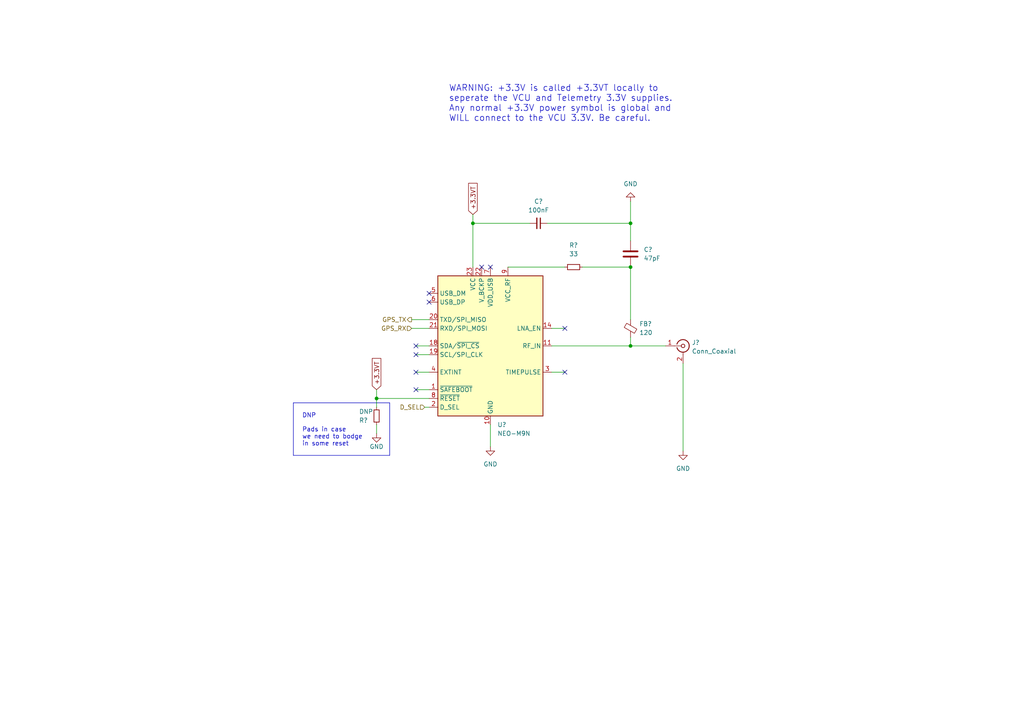
<source format=kicad_sch>
(kicad_sch (version 20250114) (generator "eeschema") (generator_version "9.0")
  (paper "A4")
  (title_block (title "On-Car Telemetry") (date "2023-04-04") (rev "1.4.0") (company "SUFST - Southampton University Formula Student Team") (comment 1 "STAG X") (comment 2 "Esteban Norena, Tim Brewis") (comment 3 "Tim Brewis"))
  (lib_symbols
    (symbol "Connector:Conn_Coaxial" (pin_names (offset 1.016) (hide yes))
      (property "Reference" "J" (at 0.254 3.048 0))
      (property "Value" "Conn_Coaxial" (at 2.921 0 90))
      (symbol "Conn_Coaxial_0_1"
        (polyline (pts (xy -2.54 0) (xy -0.508 0)))
        (arc (start 1.778 0) (mid 0.222 -1.8079) (end -1.778 -0.508) (stroke (width 0.254)))
        (arc (start -1.778 0.508) (mid 0.2221 1.8084) (end 1.778 0) (stroke (width 0.254)))
        (circle (center 0 0) (radius 0.508) (stroke (width 0.2032)))
        (polyline (pts (xy 0 -2.54) (xy 0 -1.778)))
      )
      (symbol "Conn_Coaxial_1_1"
        (pin passive line (at -5.08 0 0) (length 2.54) (name "In") (number "1"))
        (pin passive line (at 0 -5.08 90) (length 2.54) (name "Ext") (number "2"))
      )
    )
    (symbol "Device:C" (pin_numbers (hide yes)) (pin_names (offset 0.254))
      (property "Reference" "C" (at 0.635 2.54 0))
      (property "Value" "C" (at 0.635 -2.54 0))
      (symbol "C_0_1"
        (polyline (pts (xy -2.032 0.762) (xy 2.032 0.762)) (stroke (width 0.508)))
        (polyline (pts (xy -2.032 -0.762) (xy 2.032 -0.762)) (stroke (width 0.508)))
      )
      (symbol "C_1_1"
        (pin passive line (at 0 3.81 270) (length 2.794) (name "~") (number "1"))
        (pin passive line (at 0 -3.81 90) (length 2.794) (name "~") (number "2"))
      )
    )
    (symbol "Device:C_Small" (pin_numbers (hide yes)) (pin_names (offset 0.254) (hide yes))
      (property "Reference" "C" (at 0.254 1.778 0))
      (property "Value" "C_Small" (at 0.254 -2.032 0))
      (symbol "C_Small_0_1"
        (polyline (pts (xy -1.524 0.508) (xy 1.524 0.508)) (stroke (width 0.3048)))
        (polyline (pts (xy -1.524 -0.508) (xy 1.524 -0.508)) (stroke (width 0.3302)))
      )
      (symbol "C_Small_1_1"
        (pin passive line (at 0 2.54 270) (length 2.032) (name "~") (number "1"))
        (pin passive line (at 0 -2.54 90) (length 2.032) (name "~") (number "2"))
      )
    )
    (symbol "Device:FerriteBead_Small" (pin_numbers (hide yes)) (pin_names (offset 0))
      (property "Reference" "FB" (at 1.905 1.27 0))
      (property "Value" "FerriteBead_Small" (at 1.905 -1.27 0))
      (symbol "FerriteBead_Small_0_1"
        (polyline (pts (xy -1.8288 0.2794) (xy -1.1176 1.4986) (xy 1.8288 -0.2032) (xy 1.1176 -1.4224) (xy -1.8288 0.2794)))
        (polyline (pts (xy 0 0.889) (xy 0 1.2954)))
        (polyline (pts (xy 0 -1.27) (xy 0 -0.7874)))
      )
      (symbol "FerriteBead_Small_1_1"
        (pin passive line (at 0 2.54 270) (length 1.27) (name "~") (number "1"))
        (pin passive line (at 0 -2.54 90) (length 1.27) (name "~") (number "2"))
      )
    )
    (symbol "Device:R_Small" (pin_numbers (hide yes)) (pin_names (offset 0.254) (hide yes))
      (property "Reference" "R" (at 0.762 0.508 0))
      (property "Value" "R_Small" (at 0.762 -1.016 0))
      (symbol "R_Small_0_1"
        (rectangle (start -0.762 1.778) (end 0.762 -1.778) (stroke (width 0.2032)))
      )
      (symbol "R_Small_1_1"
        (pin passive line (at 0 2.54 270) (length 0.762) (name "~") (number "1"))
        (pin passive line (at 0 -2.54 90) (length 0.762) (name "~") (number "2"))
      )
    )
    (symbol "RF_GPS:NEO-M8N"
      (property "Reference" "U" (at -13.97 21.59 0))
      (property "Value" "NEO-M8N" (at 11.43 21.59 0))
      (symbol "NEO-M8N_0_1"
        (rectangle (start -15.24 20.32) (end 15.24 -20.32) (stroke (width 0.254)) (fill (type background)))
      )
      (symbol "NEO-M8N_1_1"
        (pin bidirectional line (at -17.78 15.24 0) (length 2.54) (name "USB_DM") (number "5"))
        (pin bidirectional line (at -17.78 12.7 0) (length 2.54) (name "USB_DP") (number "6"))
        (pin output line (at -17.78 7.62 0) (length 2.54) (name "TXD/SPI_MISO") (number "20"))
        (pin input line (at -17.78 5.08 0) (length 2.54) (name "RXD/SPI_MOSI") (number "21"))
        (pin bidirectional line (at -17.78 0 0) (length 2.54) (name "SDA/~{SPI_CS}") (number "18"))
        (pin input line (at -17.78 -2.54 0) (length 2.54) (name "SCL/SPI_CLK") (number "19"))
        (pin input line (at -17.78 -7.62 0) (length 2.54) (name "EXTINT") (number "4"))
        (pin input line (at -17.78 -12.7 0) (length 2.54) (name "~{SAFEBOOT}") (number "1"))
        (pin input line (at -17.78 -15.24 0) (length 2.54) (name "~{RESET}") (number "8"))
        (pin input line (at -17.78 -17.78 0) (length 2.54) (name "D_SEL") (number "2"))
        (pin power_in line (at -5.08 22.86 270) (length 2.54) (name "VCC") (number "23"))
        (pin power_in line (at -2.54 22.86 270) (length 2.54) (name "V_BCKP") (number "22"))
        (pin power_in line (at 0 22.86 270) (length 2.54) (name "VDD_USB") (number "7"))
        (pin power_in line (at 0 -22.86 90) (length 2.54) (name "GND") (number "10"))
        (pin passive line (at 0 -22.86 90) (length 2.54) (hide yes) (name "GND") (number "12"))
        (pin passive line (at 0 -22.86 90) (length 2.54) (hide yes) (name "GND") (number "13"))
        (pin passive line (at 0 -22.86 90) (length 2.54) (hide yes) (name "GND") (number "24"))
        (pin power_out line (at 5.08 22.86 270) (length 2.54) (name "VCC_RF") (number "9"))
        (pin no_connect line (at 15.24 -10.16 180) (length 2.54) (hide yes) (name "RESERVED") (number "15"))
        (pin no_connect line (at 15.24 -12.7 180) (length 2.54) (hide yes) (name "RESERVED") (number "16"))
        (pin no_connect line (at 15.24 -15.24 180) (length 2.54) (hide yes) (name "RESERVED") (number "17"))
        (pin output line (at 17.78 5.08 180) (length 2.54) (name "LNA_EN") (number "14"))
        (pin input line (at 17.78 0 180) (length 2.54) (name "RF_IN") (number "11"))
        (pin output line (at 17.78 -7.62 180) (length 2.54) (name "TIMEPULSE") (number "3"))
      )
    )
    (symbol "power:GND" (power) (pin_names (offset 0))
      (property "Value" "GND" (at 0 -3.81 0))
      (symbol "GND_0_1"
        (polyline (pts (xy 0 0) (xy 0 -1.27) (xy 1.27 -1.27) (xy 0 -2.54) (xy -1.27 -1.27) (xy 0 -1.27)))
      )
      (symbol "GND_1_1"
        (pin power_in line (at 0 0 270) (length 0) (hide yes) (name "GND") (number "1"))
      )
    )
  )
  (text "DNP\n\nPads in case\nwe need to bodge\nin some reset" (at 87.63 129.54 0) (effects (font (size 1.27 1.27)) (justify left bottom)))
  (text "WARNING: +3.3V is called +3.3VT locally to\nseperate the VCU and Telemetry 3.3V supplies.\nAny normal +3.3V power symbol is global and \nWILL connect to the VCU 3.3V. Be careful." (at 130.175 35.433 0) (effects (font (size 1.8 1.8)) (justify left bottom)))
  (junction (at 109.22 115.57))
  (junction (at 137.16 64.77))
  (junction (at 182.88 77.47))
  (junction (at 182.88 64.77))
  (junction (at 182.88 100.33))
  (no_connect (at 120.65 100.33))
  (no_connect (at 124.46 87.63))
  (no_connect (at 124.46 85.09))
  (no_connect (at 139.7 77.47))
  (no_connect (at 120.65 102.87))
  (no_connect (at 120.65 107.95))
  (no_connect (at 163.83 107.95))
  (no_connect (at 163.83 95.25))
  (no_connect (at 142.24 77.47))
  (no_connect (at 120.65 113.03))
  (wire (pts (xy 137.16 64.77) (xy 137.16 77.47)))
  (wire (pts (xy 160.02 107.95) (xy 163.83 107.95)))
  (wire (pts (xy 142.24 123.19) (xy 142.24 129.54)))
  (wire (pts (xy 158.75 64.77) (xy 182.88 64.77)))
  (polyline (pts (xy 113.03 132.08) (xy 113.03 116.84)))
  (wire (pts (xy 182.88 100.33) (xy 193.04 100.33)))
  (wire (pts (xy 120.65 107.95) (xy 124.46 107.95)))
  (wire (pts (xy 182.88 77.47) (xy 182.88 92.71)))
  (wire (pts (xy 182.88 64.77) (xy 182.88 69.85)))
  (wire (pts (xy 137.16 62.23) (xy 137.16 64.77)))
  (wire (pts (xy 160.02 100.33) (xy 182.88 100.33)))
  (wire (pts (xy 109.22 115.57) (xy 109.22 113.03)))
  (wire (pts (xy 109.22 115.57) (xy 109.22 118.11)))
  (wire (pts (xy 182.88 97.79) (xy 182.88 100.33)))
  (wire (pts (xy 109.22 115.57) (xy 124.46 115.57)))
  (wire (pts (xy 198.12 105.41) (xy 198.12 130.81)))
  (polyline (pts (xy 85.09 116.84) (xy 85.09 132.08)))
  (polyline (pts (xy 85.09 132.08) (xy 113.03 132.08)))
  (wire (pts (xy 168.91 77.47) (xy 182.88 77.47)))
  (wire (pts (xy 137.16 64.77) (xy 153.67 64.77)))
  (wire (pts (xy 120.65 100.33) (xy 124.46 100.33)))
  (polyline (pts (xy 85.09 116.84) (xy 113.03 116.84)))
  (wire (pts (xy 109.22 123.19) (xy 109.22 125.73)))
  (wire (pts (xy 120.65 113.03) (xy 124.46 113.03)))
  (wire (pts (xy 163.83 95.25) (xy 160.02 95.25)))
  (wire (pts (xy 120.65 102.87) (xy 124.46 102.87)))
  (wire (pts (xy 119.38 95.25) (xy 124.46 95.25)))
  (wire (pts (xy 182.88 58.42) (xy 182.88 64.77)))
  (wire (pts (xy 123.19 118.11) (xy 124.46 118.11)))
  (wire (pts (xy 119.38 92.71) (xy 124.46 92.71)))
  (wire (pts (xy 147.32 77.47) (xy 163.83 77.47)))
  (global_label "+3.3VT" (shape input) (at 109.22 113.03 90) (property "Intersheetrefs" "${INTERSHEET_REFS}" (effects (hide yes))))
  (global_label "+3.3VT" (shape input) (at 137.16 62.23 90) (property "Intersheetrefs" "${INTERSHEET_REFS}" (effects (hide yes))))
  (hierarchical_label "D_SEL" (shape input) (at 123.19 118.11 180))
  (hierarchical_label "GPS_TX" (shape output) (at 119.38 92.71 180))
  (hierarchical_label "GPS_RX" (shape input) (at 119.38 95.25 180))
  (symbol (lib_id "Device:C") (at 182.88 73.66 0) (unit 1)
    (property "Reference" "C40" (at 186.69 72.3899 0) (effects (justify left)))
    (property "Value" "47pF" (at 186.69 74.9299 0) (effects (justify left)))
    (property "Footprint" "Capacitor_SMD:C_0805_2012Metric_Pad1.18x1.45mm_HandSolder" (effects (hide yes)))
    (instances (project "telemetry" (path "" (reference "C?") (unit 1))) (project "vcu" (path "" (reference "C40") (unit 1))))
  )
  (symbol (lib_id "Device:R_Small") (at 109.22 120.65 0) (mirror y) (unit 1)
    (property "Reference" "R71" (at 104.14 121.92 0) (effects (justify right)))
    (property "Value" "DNP" (at 104.14 119.38 0) (effects (justify right)))
    (property "Footprint" "Resistor_SMD:R_0805_2012Metric_Pad1.20x1.40mm_HandSolder" (effects (hide yes)))
    (instances (project "telemetry" (path "" (reference "R?") (unit 1))) (project "vcu" (path "" (reference "R71") (unit 1))))
  )
  (symbol (lib_id "Device:C_Small") (at 156.21 64.77 270) (unit 1)
    (property "Reference" "C39" (at 156.2036 58.42 90))
    (property "Value" "100nF" (at 156.2036 60.96 90))
    (property "Footprint" "Capacitor_SMD:C_0805_2012Metric_Pad1.18x1.45mm_HandSolder" (effects (hide yes)))
    (instances (project "telemetry" (path "" (reference "C?") (unit 1))) (project "vcu" (path "" (reference "C39") (unit 1))))
  )
  (symbol (lib_id "Connector:Conn_Coaxial") (at 198.12 100.33 0) (unit 1)
    (property "Reference" "J11" (at 200.66 99.3531 0) (effects (justify left)))
    (property "Value" "Conn_Coaxial" (at 200.66 101.8931 0) (effects (justify left)))
    (property "Footprint" "Connector_Coaxial:SMA_Molex_73251-2200_Horizontal" (effects (hide yes)))
    (property "Datasheet" " ~" (effects (hide yes)))
    (property "Order Code" "538-73251-2200" (effects (hide yes)))
    (instances (project "telemetry" (path "" (reference "J?") (unit 1))) (project "vcu" (path "" (reference "J11") (unit 1))))
  )
  (symbol (lib_id "power:GND") (at 142.24 129.54 0) (unit 1)
    (property "Reference" "#PWR0125" (effects (hide yes)))
    (property "Value" "GND" (at 142.24 134.62 0))
    (instances (project "telemetry" (path "" (reference "#PWR?") (unit 1))) (project "vcu" (path "" (reference "#PWR0125") (unit 1))))
  )
  (symbol (lib_id "power:GND") (at 182.88 58.42 180) (unit 1)
    (property "Reference" "#PWR0126" (effects (hide yes)))
    (property "Value" "GND" (at 182.88 53.34 0))
    (instances (project "telemetry" (path "" (reference "#PWR?") (unit 1))) (project "vcu" (path "" (reference "#PWR0126") (unit 1))))
  )
  (symbol (lib_id "power:GND") (at 198.12 130.81 0) (unit 1)
    (property "Reference" "#PWR0127" (effects (hide yes)))
    (property "Value" "GND" (at 198.12 135.89 0))
    (instances (project "telemetry" (path "" (reference "#PWR?") (unit 1))) (project "vcu" (path "" (reference "#PWR0127") (unit 1))))
  )
  (symbol (lib_id "Device:FerriteBead_Small") (at 182.88 95.25 0) (unit 1)
    (property "Reference" "FB2" (at 185.42 93.9418 0) (effects (justify left)))
    (property "Value" "120" (at 185.42 96.4818 0) (effects (justify left)))
    (property "Footprint" "Resistor_SMD:R_0805_2012Metric_Pad1.20x1.40mm_HandSolder" (effects (hide yes)))
    (instances (project "telemetry" (path "" (reference "FB?") (unit 1))) (project "vcu" (path "" (reference "FB2") (unit 1))))
  )
  (symbol (lib_id "Device:R_Small") (at 166.37 77.47 90) (unit 1)
    (property "Reference" "R72" (at 166.37 71.12 90))
    (property "Value" "33" (at 166.37 73.66 90))
    (property "Footprint" "Resistor_SMD:R_0805_2012Metric_Pad1.20x1.40mm_HandSolder" (effects (hide yes)))
    (instances (project "telemetry" (path "" (reference "R?") (unit 1))) (project "vcu" (path "" (reference "R72") (unit 1))))
  )
  (symbol (lib_id "power:GND") (at 109.22 125.73 0) (unit 1)
    (property "Reference" "#PWR0123" (effects (hide yes)))
    (property "Value" "GND" (at 109.22 129.54 0))
    (instances (project "telemetry" (path "" (reference "#PWR?") (unit 1))) (project "vcu" (path "" (reference "#PWR0123") (unit 1))))
  )
  (symbol (lib_id "RF_GPS:NEO-M8N") (at 142.24 100.33 0) (unit 1)
    (property "Reference" "U15" (at 144.2594 123.19 0) (effects (justify left)))
    (property "Value" "NEO-M9N" (at 144.2594 125.73 0) (effects (justify left)))
    (property "Footprint" "RF_GPS:ublox_NEO" (effects (hide yes)))
    (property "Datasheet" "https://content.u-blox.com/sites/default/files/NEO-M8-FW3_DataSheet_UBX-15031086.pdf" (effects (hide yes)))
    (instances (project "telemetry" (path "" (reference "U?") (unit 1))) (project "vcu" (path "" (reference "U15") (unit 1))))
  )
)
</source>
